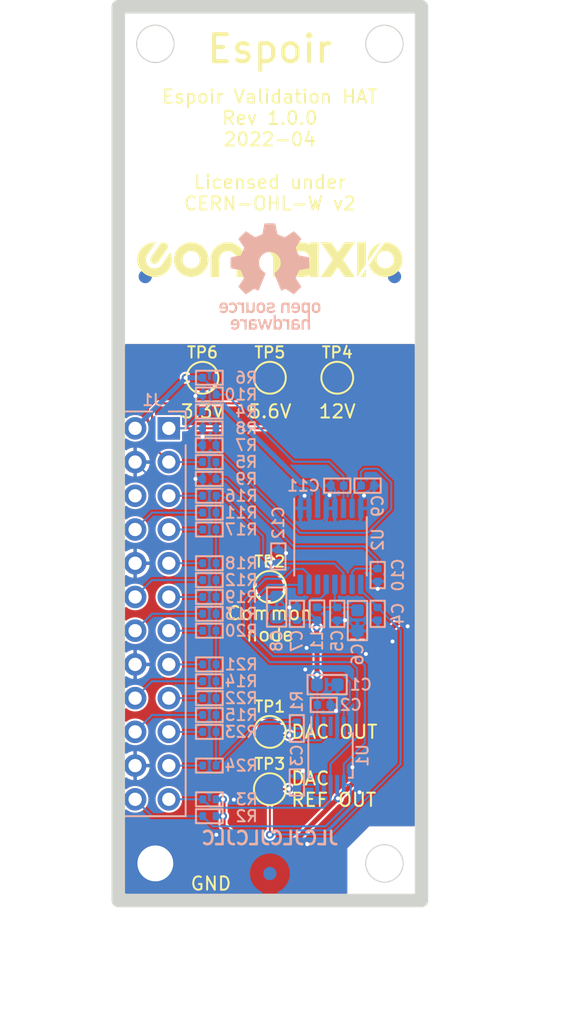
<source format=kicad_pcb>
(kicad_pcb (version 20211014) (generator pcbnew)
  (title_block (title "${title}") (date "${year}-${month}-${day}") (rev "${rev}") (company "${company}") (comment 1 "${author}"))
  (layers (0 "F.Cu" signal) (31 "B.Cu" signal) (34 "B.Paste" user) (36 "B.SilkS" user "B.Silkscreen") (37 "F.SilkS" user "F.Silkscreen") (38 "B.Mask" user) (39 "F.Mask" user) (44 "Edge.Cuts" user))
  (property "author" "Marc-Antoine Lalonde")
  (property "company" "Connaxio inc.")
  (property "day" "26")
  (property "month" "04")
  (property "rev" "1.0.0")
  (property "title" "Espoir Validation HAT")
  (property "year" "2022")
  (net 0 "")
  (net 1 "+3.3VA")
  (net 2 "GND")
  (net 3 "+12VD")
  (net 4 "+5.6VD")
  (net 5 "/MCU_EN")
  (net 6 "/I36")
  (net 7 "/I37")
  (net 8 "/I38")
  (net 9 "/I39")
  (net 10 "/I34")
  (net 11 "/IO14")
  (net 12 "/IO23")
  (net 13 "/IO18")
  (net 14 "/IO5")
  (net 15 "/IO10")
  (net 16 "/IO9")
  (net 17 "/IO4")
  (net 18 "/IO2")
  (net 19 "/IO15")
  (net 20 "/IO13")
  (net 21 "/IO12")
  (net 22 "/DAC_VREFOUT")
  (net 23 "Net-(C5-Pad1)")
  (net 24 "/SIG_12VD")
  (net 25 "/SIG_5.6VD")
  (net 26 "/SIG_3.3VA")
  (net 27 "/SIG_COM")
  (net 28 "/DAC_VOUT")
  (footprint "connaxio-mechanical:MTH_M2.5_NPTH" (layer "F.Cu") (at 147.066 37.084)
    (fp_text reference "MTH2" hide)
    (fp_text value "MTH_M2.5_NPTH")
  )
  (footprint "connaxio-mechanical:MTH_M2.5_PTH_CORNER" (layer "F.Cu") (at 129.794 98.806)
    (fp_text reference "MTH3" hide)
    (fp_text value "MTH_M2.5_PTH_CORNER")
  )
  (footprint "connaxio-mechanical:MTH_M2.5_NPTH" (layer "F.Cu") (at 129.794 37.084)
    (fp_text reference "MTH1" hide)
    (fp_text value "MTH_M2.5_NPTH")
  )
  (footprint "connaxio-mechanical:TEST_POINT_ROUND_2MM" (layer "F.Cu") (at 138.43 88.9)
    (fp_text reference "TP1")
    (fp_text value "TEST_POINT_ROUND_2MM")
  )
  (footprint "connaxio-mechanical:TEST_POINT_ROUND_2MM" (layer "F.Cu") (at 138.43 93.218)
    (fp_text reference "TP3")
    (fp_text value "TEST_POINT_ROUND_2MM")
  )
  (footprint "connaxio-mechanical:TEST_POINT_ROUND_2MM" (layer "F.Cu") (at 138.43 62.23)
    (fp_text reference "TP5")
    (fp_text value "TEST_POINT_ROUND_2MM")
  )
  (footprint "connaxio-mechanical:MTH_M2.5_NPTH" (layer "F.Cu") (at 147.066 98.806)
    (fp_text reference "MTH4" hide)
    (fp_text value "MTH_M2.5_NPTH")
  )
  (footprint "connaxio-mechanical:TEST_POINT_ROUND_2MM" (layer "F.Cu") (at 133.35 62.23)
    (fp_text reference "TP6")
    (fp_text value "TEST_POINT_ROUND_2MM")
  )
  (footprint "LOGO" (layer "F.Cu") (at 138.43 53.34)
    (fp_text reference "G***" hide)
    (fp_text value "LOGO" hide)
  )
  (footprint "connaxio-mechanical:TEST_POINT_ROUND_2MM" (layer "F.Cu") (at 138.43 77.978)
    (fp_text reference "TP2")
    (fp_text value "TEST_POINT_ROUND_2MM")
  )
  (footprint "connaxio-mechanical:TEST_POINT_ROUND_2MM" (layer "F.Cu") (at 143.51 62.23)
    (fp_text reference "TP4")
    (fp_text value "TEST_POINT_ROUND_2MM")
  )
  (footprint "LOGO" (layer "B.Cu") (at 138.43 54.61 180)
    (fp_text reference "G***" hide)
    (fp_text value "LOGO" hide)
  )
  (footprint "connaxio-resistors:RES_0402_1005M" (layer "B.Cu") (at 133.866 91.44)
    (fp_text reference "R24")
    (fp_text value "RES_1.00KΩ_1%_0402")
  )
  (footprint "connaxio-sop:MSOP-10_3x3_P0.5" (layer "B.Cu") (at 143.002 90.678 -90)
    (fp_text reference "U1")
    (fp_text value "DAC_DAC70501ZDGSR")
  )
  (footprint "connaxio-capacitors:CAP_CER_0402_1005M" (layer "B.Cu") (at 140.462 92.71 90)
    (fp_text reference "C3")
    (fp_text value "CAP_CER_100NF_25V_0402")
  )
  (footprint "connaxio-resistors:RES_0402_1005M" (layer "B.Cu") (at 133.866 77.47)
    (fp_text reference "R12")
    (fp_text value "RES_1.00KΩ_1%_0402")
  )
  (footprint "connaxio-resistors:RES_0402_1005M" (layer "B.Cu") (at 133.866 63.5 180)
    (fp_text reference "R10")
    (fp_text value "RES_1.00KΩ_1%_0402")
  )
  (footprint "connaxio-inductors:IND_0402_1005M" (layer "B.Cu") (at 141.986 80.01 -90)
    (fp_text reference "L1")
    (fp_text value "FER_300Ω_1A_0402")
  )
  (footprint "connaxio-capacitors:CAP_CER_0402_1005M" (layer "B.Cu") (at 140.462 80.01 90)
    (fp_text reference "C7")
    (fp_text value "CAP_CER_100NF_25V_0402")
  )
  (footprint "connaxio-resistors:RES_0402_1005M" (layer "B.Cu") (at 133.866 85.09)
    (fp_text reference "R14")
    (fp_text value "RES_1.00KΩ_1%_0402")
  )
  (footprint "connaxio-resistors:RES_0402_1005M" (layer "B.Cu") (at 133.866 78.74)
    (fp_text reference "R19")
    (fp_text value "RES_1.00KΩ_1%_0402")
  )
  (footprint "connaxio-resistors:RES_0402_1005M" (layer "B.Cu") (at 140.462 88.646 90)
    (fp_text reference "R1")
    (fp_text value "RES_5.10KΩ_1%_0402")
  )
  (footprint "connaxio-resistors:RES_0402_1005M" (layer "B.Cu") (at 133.858 64.77)
    (fp_text reference "R4")
    (fp_text value "RES_5.10KΩ_1%_0402")
  )
  (footprint "connaxio-resistors:RES_0402_1005M" (layer "B.Cu") (at 133.866 93.98 180)
    (fp_text reference "R3")
    (fp_text value "RES_5.10KΩ_1%_0402")
  )
  (footprint "connaxio-resistors:RES_0402_1005M" (layer "B.Cu") (at 133.866 80.01)
    (fp_text reference "R13")
    (fp_text value "RES_1.00KΩ_1%_0402")
  )
  (footprint "connaxio-resistors:RES_0402_1005M" (layer "B.Cu") (at 133.866 87.63)
    (fp_text reference "R15")
    (fp_text value "RES_1.00KΩ_1%_0402")
  )
  (footprint "connaxio-capacitors:CAP_CER_0603_1608M" (layer "B.Cu") (at 145.034 80.518 -90)
    (fp_text reference "C6")
    (fp_text value "CAP_CER_22UF_10V_0603")
  )
  (footprint "connaxio-capacitors:CAP_CER_0402_1005M" (layer "B.Cu") (at 139.065 75.692 90)
    (fp_text reference "C12")
    (fp_text value "CAP_CER_100NF_25V_0402")
  )
  (footprint "connaxio-mechanical:FID_1X3" (layer "B.Cu") (at 129.032 54.61 180)
    (fp_text reference "F1" hide)
    (fp_text value "FID_1X3")
  )
  (footprint "connaxio-mechanical:FID_1X3" (layer "B.Cu") (at 138.43 99.568 180)
    (fp_text reference "F3" hide)
    (fp_text value "FID_1X3")
  )
  (footprint "connaxio-resistors:RES_0402_1005M" (layer "B.Cu") (at 133.866 95.25 180)
    (fp_text reference "R2")
    (fp_text value "RES_5.10KΩ_1%_0402")
  )
  (footprint "connaxio-capacitors:CAP_CER_0402_1005M" (layer "B.Cu") (at 142.494 86.868)
    (fp_text reference "C2")
    (fp_text value "CAP_CER_100NF_25V_0402")
  )
  (footprint "connaxio-capacitors:CAP_CER_0402_1005M" (layer "B.Cu") (at 146.558 80.01 -90)
    (fp_text reference "C4")
    (fp_text value "CAP_CER_100NF_25V_0402")
  )
  (footprint "connaxio-resistors:RES_0402_1005M" (layer "B.Cu") (at 133.866 72.39)
    (fp_text reference "R11")
    (fp_text value "RES_1.00KΩ_1%_0402")
  )
  (footprint "connaxio-capacitors:CAP_CER_0402_1005M" (layer "B.Cu") (at 145.796 70.358)
    (fp_text reference "C9")
    (fp_text value "CAP_CER_100NF_25V_0402")
  )
  (footprint "connaxio-sop:TSSOP-16_4.4x5_P0.65" (layer "B.Cu") (at 143.002 74.93 -90)
    (fp_text reference "U2")
    (fp_text value "ADC_ADS1119IPWT")
  )
  (footprint "connaxio-resistors:RES_0402_1005M" (layer "B.Cu") (at 133.866 83.82)
    (fp_text reference "R21")
    (fp_text value "RES_1.00KΩ_1%_0402")
  )
  (footprint "connaxio-capacitors:CAP_CER_0603_1608M" (layer "B.Cu") (at 138.938 79.502 90)
    (fp_text reference "C8")
    (fp_text value "CAP_CER_22UF_10V_0603")
  )
  (footprint "connaxio-resistors:RES_0402_1005M" (layer "B.Cu") (at 133.858 66.04 180)
    (fp_text reference "R8")
    (fp_text value "RES_1.00KΩ_1%_0402")
  )
  (footprint "connaxio-mechanical:FID_1X3" (layer "B.Cu") (at 147.828 54.61 180)
    (fp_text reference "F2" hide)
    (fp_text value "FID_1X3")
  )
  (footprint "connaxio-resistors:RES_0402_1005M" (layer "B.Cu") (at 133.866 86.36)
    (fp_text reference "R22")
    (fp_text value "RES_1.00KΩ_1%_0402")
  )
  (footprint "connaxio-resistors:RES_0402_1005M" (layer "B.Cu") (at 133.866 88.9)
    (fp_text reference "R23")
    (fp_text value "RES_1.00KΩ_1%_0402")
  )
  (footprint "connaxio-resistors:RES_0402_1005M" (layer "B.Cu") (at 133.858 69.85 180)
    (fp_text reference "R9")
    (fp_text value "RES_1.00KΩ_1%_0402")
  )
  (footprint "connaxio-capacitors:CAP_CER_0402_1005M" (layer "B.Cu") (at 143.51 80.01 -90)
    (fp_text reference "C5")
    (fp_text value "CAP_CER_100NF_25V_0402")
  )
  (footprint "connaxio-resistors:RES_0402_1005M" (layer "B.Cu") (at 133.858 67.31 180)
    (fp_text reference "R7")
    (fp_text value "RES_1.00KΩ_1%_0402")
  )
  (footprint "connaxio-resistors:RES_0402_1005M" (layer "B.Cu") (at 133.858 68.58)
    (fp_text reference "R5")
    (fp_text value "RES_5.10KΩ_1%_0402")
  )
  (footprint "connaxio-capacitors:CAP_CER_0402_1005M" (layer "B.Cu") (at 146.558 77.089 -90)
    (fp_text reference "C10")
    (fp_text value "CAP_CER_100NF_25V_0402")
  )
  (footprint "connaxio-resistors:RES_0402_1005M" (layer "B.Cu") (at 133.866 62.23)
    (fp_text reference "R6")
    (fp_text value "RES_5.10KΩ_1%_0402")
  )
  (footprint "connaxio-resistors:RES_0402_1005M" (layer "B.Cu") (at 133.866 71.12)
    (fp_text reference "R16")
    (fp_text value "RES_1.00KΩ_1%_0402")
  )
  (footprint "connaxio-resistors:RES_0402_1005M" (layer "B.Cu") (at 133.866 73.66)
    (fp_text reference "R17")
    (fp_text value "RES_1.00KΩ_1%_0402")
  )
  (footprint "connaxio-capacitors:CAP_CER_0402_1005M" (layer "B.Cu") (at 143.51 70.358 180)
    (fp_text reference "C11")
    (fp_text value "CAP_CER_100NF_25V_0402")
  )
  (footprint "connaxio-connectors:CON_HDR_100MILS_F_TH_2X12" (layer "B.Cu") (at 129.54 80.01 180)
    (fp_text reference "J1")
    (fp_text value "CON_HDR_100MILS_F_TH_2X12")
  )
  (footprint "connaxio-resistors:RES_0402_1005M" (layer "B.Cu") (at 133.866 81.28)
    (fp_text reference "R20")
    (fp_text value "RES_1.00KΩ_1%_0402")
  )
  (footprint "connaxio-resistors:RES_0402_1005M" (layer "B.Cu") (at 133.866 76.2)
    (fp_text reference "R18")
    (fp_text value "RES_1.00KΩ_1%_0402")
  )
  (footprint "connaxio-capacitors:CAP_CER_0603_1608M" (layer "B.Cu") (at 142.748 85.344)
    (fp_text reference "C1")
    (fp_text value "CAP_CER_22UF_10V_0603")
  )
  (gr_rect (start 127 101.6) (end 149.86 34.29) (layer "Edge.Cuts") (width 1.016) (fill none))
  (gr_circle locked (center 147.066 37.084) (end 148.416 37.084) (layer "Edge.Cuts") (width 0.2) (fill none))
  (gr_circle (center 147.066 98.806) (end 148.416 98.806) (layer "Edge.Cuts") (width 0.2) (fill none))
  (gr_circle locked (center 129.794 37.084) (end 131.144 37.084) (layer "Edge.Cuts") (width 0.2) (fill none))
  (gr_text "JLCJLCJLCJLC" (at 138.43 96.901) (layer "B.SilkS") (effects (font (size 1 1) (thickness 0.2)) (justify mirror)))
  (gr_text "12V" (at 143.51 64.77) (layer "F.SilkS") (effects (font (size 1 1))))
  (gr_text "DAC\nREF OUT" (at 139.954 93.218) (layer "F.SilkS") (effects (font (size 1 1)) (justify left)))
  (gr_text "3.3V" (at 133.35 64.77) (layer "F.SilkS") (effects (font (size 1 1))))
  (gr_text "Espoir Validation HAT\nRev ${rev}\n${year}-${month}\n\nLicensed under\nCERN-OHL-W v2" (at 138.43 45.085) (layer "F.SilkS") (effects (font (size 1 1))))
  (gr_text "Espoir" (at 138.43 37.465) (layer "F.SilkS") (effects (font (size 2.032 2.032) (thickness 0.3048))))
  (gr_text "DAC OUT" (at 139.954 88.9) (layer "F.SilkS") (effects (font (size 1 1)) (justify left)))
  (gr_text "GND" (at 133.985 100.33) (layer "F.SilkS") (effects (font (size 1 1))))
  (gr_text "5.6V" (at 138.43 64.77) (layer "F.SilkS") (effects (font (size 1 1))))
  (gr_text "Common\nnode" (at 138.43 80.772) (layer "F.SilkS") (effects (font (size 1 1))))
  (segment (start 146.5072 82.2198) (end 142.6718 82.2198) (width 0.381) (layer "F.Cu") (net 1))
  (segment (start 134.8994 95.25) (end 134.8994 95.9612) (width 0.381) (layer "F.Cu") (net 1))
  (segment (start 143.554717 93.909883) (end 143.555814 93.909883) (width 0.381) (layer "F.Cu") (net 1))
  (segment (start 136.3726 97.4344) (end 140.0302 97.4344) (width 0.381) (layer "F.Cu") (net 1))
  (segment (start 148.3106 80.4164) (end 146.5072 82.2198) (width 0.381) (layer "F.Cu") (net 1))
  (segment (start 134.8994 93.98) (end 134.8994 95.25) (width 0.381) (layer "F.Cu") (net 1))
  (segment (start 142.6718 82.2198) (end 141.9606 81.5086) (width 0.381) (layer "F.Cu") (net 1))
  (segment (start 134.8994 95.9612) (end 136.3726 97.4344) (width 0.381) (layer "F.Cu") (net 1))
  (segment (start 141.986 82.9056) (end 141.986 84.6074) (width 0.381) (layer "F.Cu") (net 1))
  (segment (start 146.5072 90.9574) (end 146.5072 82.2198) (width 0.381) (layer "F.Cu") (net 1))
  (segment (start 142.6718 82.2198) (end 141.986 82.9056) (width 0.381) (layer "F.Cu") (net 1))
  (segment (start 145.9992 60.3758) (end 148.3106 62.6872) (width 0.381) (layer "F.Cu") (net 1))
  (segment (start 143.555814 93.909883) (end 143.555814 93.908786) (width 0.381) (layer "F.Cu") (net 1))
  (segment (start 143.555814 93.908786) (end 146.5072 90.9574) (width 0.381) (layer "F.Cu") (net 1))
  (segment (start 135.2042 60.3758) (end 145.9992 60.3758) (width 0.381) (layer "F.Cu") (net 1))
  (segment (start 148.3106 62.6872) (end 148.3106 80.4164) (width 0.381) (layer "F.Cu") (net 1))
  (segment (start 132.08 62.23) (end 133.35 62.23) (width 0.1524) (layer "F.Cu") (net 1))
  (segment (start 141.9606 81.5086) (end 141.9606 81.0514) (width 0.381) (layer "F.Cu") (net 1))
  (segment (start 133.35 62.23) (end 135.2042 60.3758) (width 0.381) (layer "F.Cu") (net 1))
  (segment (start 140.0302 97.4344) (end 143.554717 93.909883) (width 0.381) (layer "F.Cu") (net 1))
  (via (at 141.9606 81.0514) (size 0.6) (drill 0.3) (layers "F.Cu" "B.Cu") (net 1))
  (via (at 134.8994 93.98) (size 0.6) (drill 0.3) (layers "F.Cu" "B.Cu") (net 1))
  (via (at 141.986 84.6074) (size 0.6) (drill 0.3) (layers "F.Cu" "B.Cu") (net 1))
  (via (at 143.555814 93.909883) (size 0.6) (drill 0.3) (layers "F.Cu" "B.Cu") (net 1))
  (via (at 132.08 62.23) (size 0.6) (drill 0.3) (layers "F.Cu" "B.Cu") (net 1))
  (via (at 134.8994 95.25) (size 0.6) (drill 0.3) (layers "F.Cu" "B.Cu") (net 1))
  (segment (start 133.8834 62.7634) (end 133.8834 63.8048) (width 0.1524) (layer "B.Cu") (net 1))
  (segment (start 134.366 95.25) (end 134.8994 95.25) (width 0.1524) (layer "B.Cu") (net 1))
  (segment (start 143.502 93.856069) (end 143.502 92.878) (width 0.1524) (layer "B.Cu") (net 1))
  (segment (start 141.973 84.6204) (end 141.986 84.6074) (width 0.1524) (layer "B.Cu") (net 1))
  (segment (start 141.605 78.867) (end 141.351 79.121) (width 0.1524) (layer "B.Cu") (net 1))
  (segment (start 142.002 85.373) (end 141.973 85.344) (width 0.1524) (layer "B.Cu") (net 1))
  (segment (start 141.351 79.86) (end 141.986 80.495) (width 0.1524) (layer "B.Cu") (net 1))
  (segment (start 143.555814 93.909883) (end 143.502 93.856069) (width 0.1524) (layer "B.Cu") (net 1))
  (segment (start 142.002 88.478) (end 142.002 85.373) (width 0.1524) (layer "B.Cu") (net 1))
  (segment (start 134.747 64.1096) (end 140.7668 70.1294) (width 0.381) (layer "B.Cu") (net 1))
  (segment (start 132.08 62.23) (end 128.27 66.04) (width 0.381) (layer "B.Cu") (net 1))
  (segment (start 133.366002 62.23) (end 132.08 62.23) (width 0.381) (layer "B.Cu") (net 1))
  (segment (start 144.4498 85.1408) (end 144.4498 86.6394) (width 0.1524) (layer "B.Cu") (net 1))
  (segment (start 141.986 80.495) (end 141.986 81.026) (width 0.1524) (layer "B.Cu") (net 1))
  (segment (start 142.677 78.43) (end 142.24 78.867) (width 0.1524) (layer "B.Cu") (net 1))
  (segment (start 141.4018 70.1294) (end 142.027 70.7546) (width 0.381) (layer "B.Cu") (net 1))
  (segment (start 141.986 80.495) (end 139.156 80.495) (width 0.1524) (layer "B.Cu") (net 1))
  (segment (start 142.677 77.7925) (end 142.677 78.43) (width 0.1524) (layer "B.Cu") (net 1))
  (segment (start 144.002 87.0872) (end 144.002 88.478) (width 0.1524) (layer "B.Cu") (net 1))
  (segment (start 134.366 93.98) (end 134.8994 93.98) (width 0.1524) (layer "B.Cu") (net 1))
  (segment (start 142.24 78.867) (end 141.605 78.867) (width 0.1524) (layer "B.Cu") (net 1))
  (segment (start 140.7668 70.1294) (end 141.4018 70.1294) (width 0.381) (layer "B.Cu") (net 1))
  (segment (start 141.986 84.6074) (end 143.9164 84.6074) (width 0.1524) (layer "B.Cu") (net 1))
  (segment (start 141.351 79.121) (end 141.351 79.86) (width 0.1524) (layer "B.Cu") (net 1))
  (segment (start 133.8834 63.8048) (end 134.1882 64.1096) (width 0.1524) (layer "B.Cu") (net 1))
  (segment (start 142.027 70.7546) (end 142.027 72.0675) (width 0.381) (layer "B.Cu") (net 1))
  (segment (start 141.973 85.344) (end 141.973 84.6204) (width 0.1524) (layer "B.Cu") (net 1))
  (segment (start 144.4498 86.6394) (end 144.002 87.0872) (width 0.1524) (layer "B.Cu") (net 1))
  (segment (start 133.366 62.246) (end 133.8834 62.7634) (width 0.1524) (layer "B.Cu") (net 1))
  (segment (start 143.9164 84.6074) (end 144.4498 85.1408) (width 0.1524) (layer "B.Cu") (net 1))
  (segment (start 139.156 80.495) (end 138.938 80.277) (width 0.1524) (layer "B.Cu") (net 1))
  (segment (start 134.1882 64.1096) (end 134.747 64.1096) (width 0.1524) (layer "B.Cu") (net 1))
  (segment (start 141.986 81.026) (end 141.9606 81.0514) (width 0.1524) (layer "B.Cu") (net 1))
  (segment (start 133.366 62.23) (end 133.366 62.246) (width 0.1524) (layer "B.Cu") (net 1))
  (via (at 141.097 84.201) (size 0.6) (drill 0.3) (layers "F.Cu" "B.Cu") (net 2))
  (via (at 145.528 71.106) (size 0.6) (drill 0.3) (layers "F.Cu" "B.Cu") (net 2))
  (via (at 145.669 83.0326) (size 0.6) (drill 0.3) (layers "F.Cu" "B.Cu") (net 2))
  (via (at 133.358 66.667) (size 0.6) (drill 0.3) (layers "F.Cu" "B.Cu") (net 2))
  (via (at 132.8166 69.85) (size 0.6) (drill 0.3) (layers "F.Cu" "B.Cu") (net 2))
  (via (at 141.2494 97.3582) (size 0.6) (drill 0.3) (layers "F.Cu" "B.Cu") (net 2))
  (via (at 148.8186 80.9498) (size 0.6) (drill 0.3) (layers "F.Cu" "B.Cu") (net 2))
  (via (at 145.1864 93.4466) (size 0.6) (drill 0.3) (layers "F.Cu" "B.Cu") (net 2))
  (via (at 141.0462 71.12) (size 0.6) (drill 0.3) (layers "F.Cu" "B.Cu") (net 2))
  (via (at 139.9006 79.53) (size 0.6) (drill 0.3) (layers "F.Cu" "B.Cu") (net 2))
  (via (at 146.558 78.1304) (size 0.6) (drill 0.3) (layers "F.Cu" "B.Cu") (net 2))
  (via (at 147.6756 82.0928) (size 0.6) (drill 0.3) (layers "F.Cu" "B.Cu") (net 2))
  (via (at 144.653 91.567) (size 0.6) (drill 0.3) (layers "F.Cu" "B.Cu") (net 2))
  (via (at 144.0968 80.49) (size 0.6) (drill 0.3) (layers "F.Cu" "B.Cu") (net 2))
  (via (at 135.7122 94.0054) (size 0.6) (drill 0.3) (layers "F.Cu" "B.Cu") (net 2))
  (via (at 134.3914 96.647) (size 0.6) (drill 0.3) (layers "F.Cu" "B.Cu") (net 2))
  (via (at 141.1986 82.5754) (size 0.6) (drill 0.3) (layers "F.Cu" "B.Cu") (net 2))
  (via (at 143.4198 87.3138) (size 0.6) (drill 0.3) (layers "F.Cu" "B.Cu") (net 2))
  (via (at 139.6492 75.438) (size 0.6) (drill 0.3) (layers "F.Cu" "B.Cu") (net 2))
  (via (at 140.916611 91.843811) (size 0.6) (drill 0.3) (layers "F.Cu" "B.Cu") (net 2))
  (via (at 142.9258 71.0692) (size 0.6) (drill 0.3) (layers "F.Cu" "B.Cu") (net 2))
  (via (at 132.8166 63.6016) (size 0.6) (drill 0.3) (layers "F.Cu" "B.Cu") (net 2))
  (segment (start 144.231 80.49) (end 145.034 81.293) (width 0.1524) (layer "B.Cu") (net 2))
  (segment (start 145.277 72.0675) (end 145.277 71.357) (width 0.1524) (layer "B.Cu") (net 2))
  (segment (start 141.58772 73.00772) (end 141.377 72.797) (width 0.1524) (layer "B.Cu") (net 2))
  (segment (start 142.677 72.0675) (end 143.327 72.0675) (width 0.1524) (layer "B.Cu") (net 2))
  (segment (start 143.4198 87.3138) (end 143.502 87.396) (width 0.1524) (layer "B.Cu") (net 2))
  (segment (start 133.358 66.667) (end 133.358 67.31) (width 0.1524) (layer "B.Cu") (net 2))
  (segment (start 142.677 72.715) (end 142.38428 73.00772) (width 0.1524) (layer "B.Cu") (net 2))
  (segment (start 133.366 63.5) (end 132.9182 63.5) (width 0.1524) (layer "B.Cu") (net 2))
  (segment (start 132.9182 63.5) (end 132.8166 63.6016) (width 0.1524) (layer "B.Cu") (net 2))
  (segment (start 133.358 66.04) (end 133.358 66.667) (width 0.1524) (layer "B.Cu") (net 2))
  (segment (start 140.462 79.53) (end 139.9006 79.53) (width 0.1524) (layer "B.Cu") (net 2))
  (segment (start 142.974 86.868) (end 143.4198 87.3138) (width 0.1524) (layer "B.Cu") (net 2))
  (segment (start 139.9006 79.53) (end 139.741 79.53) (width 0.1524) (layer "B.Cu") (net 2))
  (segment (start 142.38428 73.00772) (end 141.58772 73.00772) (width 0.1524) (layer "B.Cu") (net 2))
  (segment (start 141.377 72.797) (end 141.377 72.0675) (width 0.1524) (layer "B.Cu") (net 2))
  (segment (start 143.51 73.152) (end 143.327 72.969) (width 0.1524) (layer "B.Cu") (net 2))
  (segment (start 139.6492 75.438) (end 139.291 75.438) (width 0.1524) (layer "B.Cu") (net 2))
  (segment (start 143.51 80.49) (end 144.0968 80.49) (width 0.1524) (layer "B.Cu") (net 2))
  (segment (start 145.528 71.106) (end 146.276 70.358) (width 0.1524) (layer "B.Cu") (net 2))
  (segment (start 140.462 92.23) (end 140.530422 92.23) (width 0.1524) (layer "B.Cu") (net 2))
  (segment (start 145.277 72.909) (end 145.034 73.152) (width 0.1524) (layer "B.Cu") (net 2))
  (segment (start 139.741 79.53) (end 138.938 78.727) (width 0.1524) (layer "B.Cu") (net 2))
  (segment (start 144.0968 80.49) (end 144.231 80.49) (width 0.1524) (layer "B.Cu") (net 2))
  (segment (start 140.727 72.0675) (end 141.377 72.0675) (width 0.1524) (layer "B.Cu") (net 2))
  (segment (start 146.558 80.49) (end 145.837 80.49) (width 0.1524) (layer "B.Cu") (net 2))
  (segment (start 139.291 75.438) (end 139.065 75.212) (width 0.1524) (layer "B.Cu") (net 2))
  (segment (start 143.327 72.969) (end 143.327 72.0675) (width 0.1524) (layer "B.Cu") (net 2))
  (segment (start 133.358 69.85) (end 132.8166 69.85) (width 0.1524) (layer "B.Cu") (net 2))
  (segment (start 142.974 86.868) (end 142.974 85.893) (width 0.1524) (layer "B.Cu") (net 2))
  (segment (start 129.54 69.85) (end 128.27 68.58) (width 0.1524) (layer "B.Cu") (net 2))
  (segment (start 143.502 89.258422) (end 143.502 88.478) (width 0.1524) (layer "B.Cu") (net 2))
  (segment (start 140.530422 92.23) (end 140.916611 91.843811) (width 0.1524) (layer "B.Cu") (net 2))
  (segment (start 143.502 87.396) (end 143.502 88.478) (width 0.1524) (layer "B.Cu") (net 2))
  (segment (start 143.327 70.655) (end 143.03 70.358) (width 0.1524) (layer "B.Cu") (net 2))
  (segment (start 145.277 72.0675) (end 145.277 72.909) (width 0.1524) (layer "B.Cu") (net 2))
  (segment (start 132.8166 69.85) (end 129.54 69.85) (width 0.1524) (layer "B.Cu") (net 2))
  (segment (start 143.327 72.0675) (end 143.327 70.655) (width 0.1524) (layer "B.Cu") (net 2))
  (segment (start 145.277 71.357) (end 145.528 71.106) (width 0.1524) (layer "B.Cu") (net 2))
  (segment (start 140.916611 91.843811) (end 143.502 89.258422) (width 0.1524) (layer "B.Cu") (net 2))
  (segment (start 145.034 73.152) (end 143.51 73.152) (width 0.1524) (layer "B.Cu") (net 2))
  (segment (start 145.837 80.49) (end 145.034 81.293) (width 0.1524) (layer "B.Cu") (net 2))
  (segment (start 142.974 85.893) (end 143.523 85.344) (width 0.1524) (layer "B.Cu") (net 2))
  (segment (start 142.677 72.0675) (end 142.677 72.715) (width 0.1524) (layer "B.Cu") (net 2))
  (segment (start 139.7 66.04) (end 143.51 62.23) (width 0.1524) (layer "F.Cu") (net 3))
  (segment (start 130.81 66.04) (end 139.7 66.04) (width 0.1524) (layer "F.Cu") (net 3))
  (segment (start 132.088 66.04) (end 133.2651 64.8629) (width 0.1524) (layer "B.Cu") (net 3))
  (segment (start 133.2651 64.8629) (end 133.358 64.77) (width 0.1524) (layer "B.Cu") (net 3))
  (segment (start 130.81 66.04) (end 132.088 66.04) (width 0.1524) (layer "B.Cu") (net 3))
  (segment (start 129.54 64.6684) (end 130.048 64.1604) (width 0.1524) (layer "F.Cu") (net 4))
  (segment (start 130.81 68.58) (end 129.54 67.31) (width 0.1524) (layer "F.Cu") (net 4))
  (segment (start 130.048 64.1604) (end 136.4996 64.1604) (width 0.1524) (layer "F.Cu") (net 4))
  (segment (start 129.54 67.31) (end 129.54 64.6684) (width 0.1524) (layer "F.Cu") (net 4))
  (segment (start 136.4996 64.1604) (end 138.43 62.23) (width 0.1524) (layer "F.Cu") (net 4))
  (segment (start 133.358 68.58) (end 130.81 68.58) (width 0.1524) (layer "B.Cu") (net 4))
  (segment (start 129.54 72.39) (end 128.27 73.66) (width 0.1524) (layer "B.Cu") (net 6))
  (segment (start 133.366 72.39) (end 129.54 72.39) (width 0.1524) (layer "B.Cu") (net 6))
  (segment (start 133.366 77.47) (end 129.54 77.47) (width 0.1524) (layer "B.Cu") (net 7))
  (segment (start 129.54 77.47) (end 128.27 78.74) (width 0.1524) (layer "B.Cu") (net 7))
  (segment (start 133.366 80.01) (end 129.54 80.01) (width 0.1524) (layer "B.Cu") (net 8))
  (segment (start 129.54 80.01) (end 128.27 81.28) (width 0.1524) (layer "B.Cu") (net 8))
  (segment (start 133.366 85.09) (end 129.54 85.09) (width 0.1524) (layer "B.Cu") (net 9))
  (segment (start 129.54 85.09) (end 128.27 86.36) (width 0.1524) (layer "B.Cu") (net 9))
  (segment (start 129.54 87.63) (end 128.27 88.9) (width 0.1524) (layer "B.Cu") (net 10))
  (segment (start 133.366 87.63) (end 129.54 87.63) (width 0.1524) (layer "B.Cu") (net 10))
  (segment (start 133.366 71.12) (end 130.81 71.12) (width 0.1524) (layer "B.Cu") (net 11))
  (segment (start 145.5928 83.9216) (end 145.5928 89.7382) (width 0.1524) (layer "B.Cu") (net 12))
  (segment (start 134.128 96.012) (end 142.621 96.012) (width 0.1524) (layer "B.Cu") (net 12))
  (segment (start 142.621 96.012) (end 144.526 94.107) (width 0.1524) (layer "B.Cu") (net 12))
  (segment (start 145.5928 89.7382) (end 144.002 91.329) (width 0.1524) (layer "B.Cu") (net 12))
  (segment (start 144.4146 92.878) (end 144.002 92.878) (width 0.1524) (layer "B.Cu") (net 12))
  (segment (start 138.6586 83.2104) (end 144.8816 83.2104) (width 0.1524) (layer "B.Cu") (net 12))
  (segment (start 144.526 94.107) (end 144.526 92.9894) (width 0.1524) (layer "B.Cu") (net 12))
  (segment (start 138.3284 77.8256) (end 136.9822 79.1718) (width 0.1524) (layer "B.Cu") (net 12))
  (segment (start 136.9822 81.534) (end 138.6586 83.2104) (width 0.1524) (layer "B.Cu") (net 12))
  (segment (start 133.366 95.25) (end 129.54 95.25) (width 0.1524) (layer "B.Cu") (net 12))
  (segment (start 144.526 92.9894) (end 144.4146 92.878) (width 0.1524) (layer "B.Cu") (net 12))
  (segment (start 144.002 91.329) (end 144.002 92.878) (width 0.1524) (layer "B.Cu") (net 12))
  (segment (start 133.366 95.25) (end 134.128 96.012) (width 0.1524) (layer "B.Cu") (net 12))
  (segment (start 140.727 77.7925) (end 140.6939 77.8256) (width 0.1524) (layer "B.Cu") (net 12))
  (segment (start 136.9822 79.1718) (end 136.9822 81.534) (width 0.1524) (layer "B.Cu") (net 12))
  (segment (start 144.8816 83.2104) (end 145.5928 83.9216) (width 0.1524) (layer "B.Cu") (net 12))
  (segment (start 140.6939 77.8256) (end 138.3284 77.8256) (width 0.1524) (layer "B.Cu") (net 12))
  (segment (start 129.54 95.25) (end 128.27 93.98) (width 0.1524) (layer "B.Cu") (net 12))
  (segment (start 138.43 83.6422) (end 144.526 83.6422) (width 0.1524) (layer "B.Cu") (net 13))
  (segment (start 145.0086 89.3064) (end 143.002 91.313) (width 0.1524) (layer "B.Cu") (net 13))
  (segment (start 134.001 94.615) (end 142.494 94.615) (width 0.1524) (layer "B.Cu") (net 13))
  (segment (start 139.4968 77.3684) (end 138.0998 77.3684) (width 0.1524) (layer "B.Cu") (net 13))
  (segment (start 143.002 91.313) (end 143.002 92.878) (width 0.1524) (layer "B.Cu") (net 13))
  (segment (start 140.2334 76.6318) (end 139.4968 77.3684) (width 0.1524) (layer "B.Cu") (net 13))
  (segment (start 143.002 94.107) (end 143.002 92.878) (width 0.1524) (layer "B.Cu") (net 13))
  (segment (start 136.4742 78.994) (end 136.4742 81.6864) (width 0.1524) (layer "B.Cu") (net 13))
  (segment (start 140.9446 76.6318) (end 140.2334 76.6318) (width 0.1524) (layer "B.Cu") (net 13))
  (segment (start 133.366 93.98) (end 134.001 94.615) (width 0.1524) (layer "B.Cu") (net 13))
  (segment (start 133.366 93.98) (end 130.81 93.98) (width 0.1524) (layer "B.Cu") (net 13))
  (segment (start 138.0998 77.3684) (end 136.4742 78.994) (width 0.1524) (layer "B.Cu") (net 13))
  (segment (start 136.4742 81.6864) (end 138.43 83.6422) (width 0.1524) (layer "B.Cu") (net 13))
  (segment (start 141.377 77.7925) (end 141.377 77.0642) (width 0.1524) (layer "B.Cu") (net 13))
  (segment (start 144.526 83.6422) (end 145.0086 84.1248) (width 0.1524) (layer "B.Cu") (net 13))
  (segment (start 142.494 94.615) (end 143.002 94.107) (width 0.1524) (layer "B.Cu") (net 13))
  (segment (start 141.377 77.0642) (end 140.9446 76.6318) (width 0.1524) (layer "B.Cu") (net 13))
  (segment (start 145.0086 84.1248) (end 145.0086 89.3064) (width 0.1524) (layer "B.Cu") (net 13))
  (segment (start 133.366 91.44) (end 130.81 91.44) (width 0.1524) (layer "B.Cu") (net 14))
  (segment (start 133.366 88.9) (end 130.81 88.9) (width 0.1524) (layer "B.Cu") (net 15))
  (segment (start 133.366 86.36) (end 130.81 86.36) (width 0.1524) (layer "B.Cu") (net 16))
  (segment (start 133.366 83.82) (end 130.81 83.82) (width 0.1524) (layer "B.Cu") (net 17))
  (segment (start 133.366 81.28) (end 130.81 81.28) (width 0.1524) (layer "B.Cu") (net 18))
  (segment (start 133.366 78.74) (end 130.81 78.74) (width 0.1524) (layer "B.Cu") (net 19))
  (segment (start 133.366 76.2) (end 130.81 76.2) (width 0.1524) (layer "B.Cu") (net 20))
  (segment (start 133.366 73.66) (end 130.81 73.66) (width 0.1524) (layer "B.Cu") (net 21))
  (segment (start 138.43 96.647) (end 138.43 93.218) (width 0.1524) (layer "F.Cu") (net 22))
  (segment (start 138.43 93.218) (end 139.8244 93.218) (width 0.1524) (layer "F.Cu") (net 22))
  (segment (start 139.8244 93.218) (end 139.8524 93.19) (width 0.1524) (layer "F.Cu") (net 22))
  (segment (start 139.827 93.2154) (end 139.8524 93.19) (width 0.1524) (layer "F.Cu") (net 22))
  (via (at 139.8524 93.19) (size 0.6) (drill 0.3) (layers "F.Cu" "B.Cu") (net 22))
  (via (at 138.43 96.647) (size 0.6) (drill 0.3) (layers "F.Cu" "B.Cu") (net 22))
  (segment (start 140.462 93.19) (end 140.774 92.878) (width 0.1524) (layer "B.Cu") (net 22))
  (segment (start 146.558 79.53) (end 146.558 79.502) (width 0.1524) (layer "B.Cu") (net 22))
  (segment (start 145.277 78.221) (end 145.277 77.7925) (width 0.1524) (layer "B.Cu") (net 22))
  (segment (start 140.774 92.878) (end 142.002 92.878) (width 0.1524) (layer "B.Cu") (net 22))
  (segment (start 138.43 96.647) (end 138.4554 96.6216) (width 0.1524) (layer "B.Cu") (net 22))
  (segment (start 138.4554 96.6216) (end 143.002 96.6216) (width 0.1524) (layer "B.Cu") (net 22))
  (segment (start 140.462 93.19) (end 139.8524 93.19) (width 0.1524) (layer "B.Cu") (net 22))
  (segment (start 143.002 96.6216) (end 148.2852 91.3384) (width 0.1524) (layer "B.Cu") (net 22))
  (segment (start 146.558 79.502) (end 145.277 78.221) (width 0.1524) (layer "B.Cu") (net 22))
  (segment (start 148.2852 91.3384) (end 148.2852 81.2572) (width 0.1524) (layer "B.Cu") (net 22))
  (segment (start 148.2852 81.2572) (end 146.558 79.53) (width 0.1524) (layer "B.Cu") (net 22))
  (segment (start 143.327 77.7925) (end 143.327 79.347) (width 0.1524) (layer "B.Cu") (net 23))
  (segment (start 141.986 79.525) (end 144.816 79.525) (width 0.1524) (layer "B.Cu") (net 23))
  (segment (start 143.327 79.347) (end 143.51 79.53) (width 0.1524) (layer "B.Cu") (net 23))
  (segment (start 144.816 79.525) (end 145.034 79.743) (width 0.1524) (layer "B.Cu") (net 23))
  (segment (start 147.574 72.136) (end 147.574 70.104) (width 0.1524) (layer "B.Cu") (net 24))
  (segment (start 134.358 67.31) (end 134.358 67.556) (width 0.1524) (layer "B.Cu") (net 24))
  (segment (start 146.558 69.088) (end 145.542 69.088) (width 0.1524) (layer "B.Cu") (net 24))
  (segment (start 145.288 69.342) (end 145.288 70.33) (width 0.1524) (layer "B.Cu") (net 24))
  (segment (start 134.358 67.556) (end 140.716 73.914) (width 0.1524) (layer "B.Cu") (net 24))
  (segment (start 145.542 69.088) (end 145.288 69.342) (width 0.1524) (layer "B.Cu") (net 24))
  (segment (start 144.627 71.047) (end 144.627 72.0675) (width 0.1524) (layer "B.Cu") (net 24))
  (segment (start 145.796 73.914) (end 147.574 72.136) (width 0.1524) (layer "B.Cu") (net 24))
  (segment (start 134.358 67.31) (end 134.358 64.77) (width 0.1524) (layer "B.Cu") (net 24))
  (segment (start 147.574 70.104) (end 146.558 69.088) (width 0.1524) (layer "B.Cu") (net 24))
  (segment (start 145.316 70.358) (end 144.627 71.047) (width 0.1524) (layer "B.Cu") (net 24))
  (segment (start 140.716 73.914) (end 145.796 73.914) (width 0.1524) (layer "B.Cu") (net 24))
  (segment (start 145.288 70.33) (end 145.316 70.358) (width 0.1524) (layer "B.Cu") (net 24))
  (segment (start 134.358 68.58) (end 134.358 69.85) (width 0.1524) (layer "B.Cu") (net 25))
  (segment (start 135.128 69.85) (end 140.208 74.93) (width 0.1524) (layer "B.Cu") (net 25))
  (segment (start 134.358 69.85) (end 135.128 69.85) (width 0.1524) (layer "B.Cu") (net 25))
  (segment (start 140.208 74.93) (end 145.542 74.93) (width 0.1524) (layer "B.Cu") (net 25))
  (segment (start 146.558 76.609) (end 144.879 76.609) (width 0.1524) (layer "B.Cu") (net 25))
  (segment (start 144.879 76.609) (end 144.627 76.861) (width 0.1524) (layer "B.Cu") (net 25))
  (segment (start 145.542 74.93) (end 146.558 75.946) (width 0.1524) (layer "B.Cu") (net 25))
  (segment (start 146.558 75.946) (end 146.558 76.609) (width 0.1524) (layer "B.Cu") (net 25))
  (segment (start 144.627 76.861) (end 144.627 77.7925) (width 0.1524) (layer "B.Cu") (net 25))
  (segment (start 134.366 63.5) (end 135.1534 63.5) (width 0.1524) (layer "B.Cu") (net 26))
  (segment (start 143.977 72.0675) (end 143.977 70.371) (width 0.1524) (layer "B.Cu") (net 26))
  (segment (start 140.208 68.5546) (end 142.9004 68.5546) (width 0.1524) (layer "B.Cu") (net 26))
  (segment (start 143.977 70.371) (end 143.99 70.358) (width 0.1524) (layer "B.Cu") (net 26))
  (segment (start 134.366 62.23) (end 134.366 63.5) (width 0.1524) (layer "B.Cu") (net 26))
  (segment (start 142.9004 68.5546) (end 143.99 69.6442) (width 0.1524) (layer "B.Cu") (net 26))
  (segment (start 143.99 69.6442) (end 143.99 70.358) (width 0.1524) (layer "B.Cu") (net 26))
  (segment (start 135.1534 63.5) (end 140.208 68.5546) (width 0.1524) (layer "B.Cu") (net 26))
  (segment (start 138.4808 77.9272) (end 138.43 77.978) (width 0.1524) (layer "F.Cu") (net 27))
  (segment (start 138.4808 76.1492) (end 138.4808 77.9272) (width 0.1524) (layer "F.Cu") (net 27))
  (via (at 138.4808 76.1492) (size 0.6) (drill 0.3) (layers "F.Cu" "B.Cu") (net 27))
  (segment (start 134.874 71.12) (end 137.922 74.168) (width 0.1524) (layer "B.Cu") (net 27))
  (segment (start 138.402 76.172) (end 139.065 76.172) (width 0.1524) (layer "B.Cu") (net 27))
  (segment (start 134.366 71.12) (end 134.874 71.12) (width 0.1524) (layer "B.Cu") (net 27))
  (segment (start 143.284 76.228) (end 143.977 76.921) (width 0.1524) (layer "B.Cu") (net 27))
  (segment (start 143.977 76.921) (end 143.977 77.7925) (width 0.1524) (layer "B.Cu") (net 27))
  (segment (start 140.462 88.146) (end 137.66 88.146) (width 0.1524) (layer "B.Cu") (net 27))
  (segment (start 134.366 91.44) (end 134.366 71.12) (width 0.1524) (layer "B.Cu") (net 27))
  (segment (start 137.922 74.168) (end 137.922 75.692) (width 0.1524) (layer "B.Cu") (net 27))
  (segment (start 138.5596 76.228) (end 143.284 76.228) (width 0.1524) (layer "B.Cu") (net 27))
  (segment (start 138.4808 76.1492) (end 138.5596 76.228) (width 0.1524) (layer "B.Cu") (net 27))
  (segment (start 137.66 88.146) (end 134.366 91.44) (width 0.1524) (layer "B.Cu") (net 27))
  (segment (start 134.366 72.39) (end 134.366 71.12) (width 0.1524) (layer "B.Cu") (net 27))
  (segment (start 137.922 75.692) (end 138.402 76.172) (width 0.1524) (layer "B.Cu") (net 27))
  (segment (start 139.8778 89.154) (end 138.684 89.154) (width 0.1524) (layer "F.Cu") (net 28))
  (segment (start 138.684 89.154) (end 138.43 88.9) (width 0.1524) (layer "F.Cu") (net 28))
  (via (at 139.8778 89.154) (size 0.6) (drill 0.3) (layers "F.Cu" "B.Cu") (net 28))
  (segment (start 140.47 89.154) (end 140.851 89.535) (width 0.1524) (layer "B.Cu") (net 28))
  (segment (start 142.502 89.258422) (end 142.502 88.478) (width 0.1524) (layer "B.Cu") (net 28))
  (segment (start 142.225422 89.535) (end 142.502 89.258422) (width 0.1524) (layer "B.Cu") (net 28))
  (segment (start 140.851 89.535) (end 142.225422 89.535) (width 0.1524) (layer "B.Cu") (net 28))
  (segment (start 139.8778 89.154) (end 140.47 89.154) (width 0.1524) (layer "B.Cu") (net 28))
  (zone (net 2) (net_name "GND") (layers F&B.Cu) (connect_pads (clearance 0.1524)) (min_thickness 0.1524) (fill yes (thermal_gap 0.254) (thermal_bridge_width 0.254))
    (polygon (pts (xy 149.352 101.092) (xy 127.508 101.092) (xy 127.508 59.69) (xy 149.352 59.69)))
  )
  (zone (net 0) (net_name "") (layers F&B.Cu) (connect_pads (clearance 0)) (min_thickness 0.1524)
    (keepout (tracks not_allowed) (vias not_allowed) (pads allowed) (copperpour not_allowed) (footprints allowed))
    (fill (thermal_gap 0.254) (thermal_bridge_width 0.254))
    (polygon (pts (xy 149.352 101.092) (xy 144.272 101.092) (xy 144.272 97.663) (xy 145.923 96.012) (xy 149.352 96.012)))
  )
)
</source>
